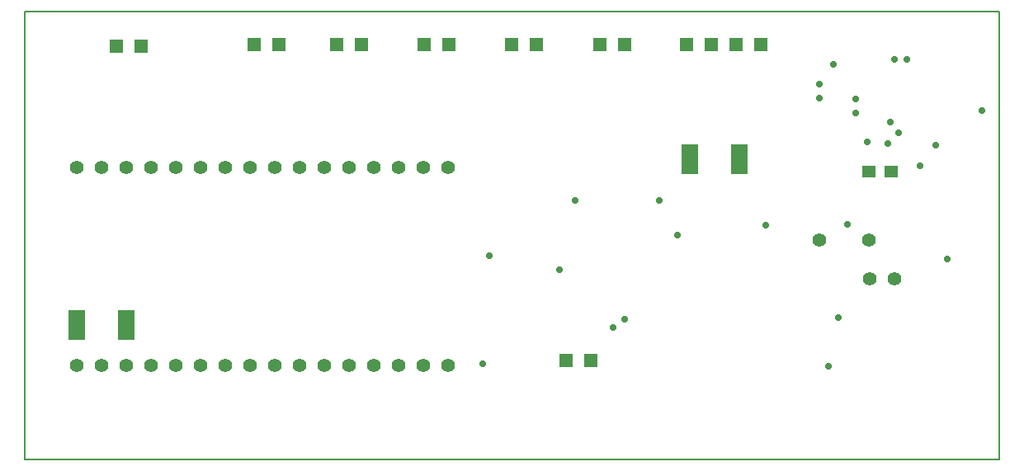
<source format=gbr>
%FSLAX23Y23*%
%MOIN*%
G04 EasyPC Gerber Version 12.0.1 Build 2704 *
%ADD121R,0.06600X0.12200*%
%ADD119R,0.05600X0.05600*%
%ADD12C,0.00500*%
%ADD123C,0.02789*%
%ADD84C,0.02800*%
%ADD23C,0.05600*%
%ADD116R,0.05600X0.05100*%
X0Y0D02*
D02*
D12*
X3979Y3D02*
X44D01*
Y1811*
X3979*
Y3*
D02*
D23*
X3557Y733D03*
X3457D03*
X3452Y890D03*
X3252D03*
X1753Y382D03*
Y1182D03*
X1653Y382D03*
Y1182D03*
X1553Y382D03*
Y1182D03*
X1453Y382D03*
Y1182D03*
X1353Y382D03*
Y1182D03*
X1252Y382D03*
Y1182D03*
X1153Y382D03*
Y1182D03*
X1053Y382D03*
Y1182D03*
X953Y382D03*
Y1182D03*
X853Y382D03*
Y1182D03*
X753Y382D03*
Y1182D03*
X653Y382D03*
Y1182D03*
X553Y382D03*
Y1182D03*
X453Y382D03*
Y1182D03*
X353Y382D03*
Y1182D03*
X253Y382D03*
Y1182D03*
D02*
D84*
X3910Y1413D03*
X3290Y380D03*
X2203Y768D03*
D02*
D116*
X3543Y1166D03*
X3453D03*
D02*
D119*
X3015Y1678D03*
X2915D03*
X2815D03*
X2715D03*
X2466D03*
X2366D03*
X2331Y403D03*
X2231D03*
X2111Y1678D03*
X2011D03*
X1757D03*
X1657D03*
X1403D03*
X1303D03*
X1068D03*
X968D03*
X512Y1673D03*
X412D03*
D02*
D121*
X2928Y1215D03*
X2728D03*
X453Y546D03*
X253D03*
D02*
D123*
X3768Y812D03*
X3723Y1272D03*
X3660Y1189D03*
X3606Y1619D03*
X3573Y1323D03*
X3557Y1618D03*
X3538Y1366D03*
X3530Y1280D03*
X3447Y1284D03*
X3400Y1402D03*
Y1457D03*
X3365Y953D03*
X3330Y575D03*
X3311Y1599D03*
X3252Y1461D03*
Y1520D03*
X3035Y949D03*
X2681Y910D03*
X2607Y1048D03*
X2467Y567D03*
X2420Y536D03*
X2267Y1048D03*
X1918Y826D03*
X1893Y388D03*
X0Y0D02*
M02*

</source>
